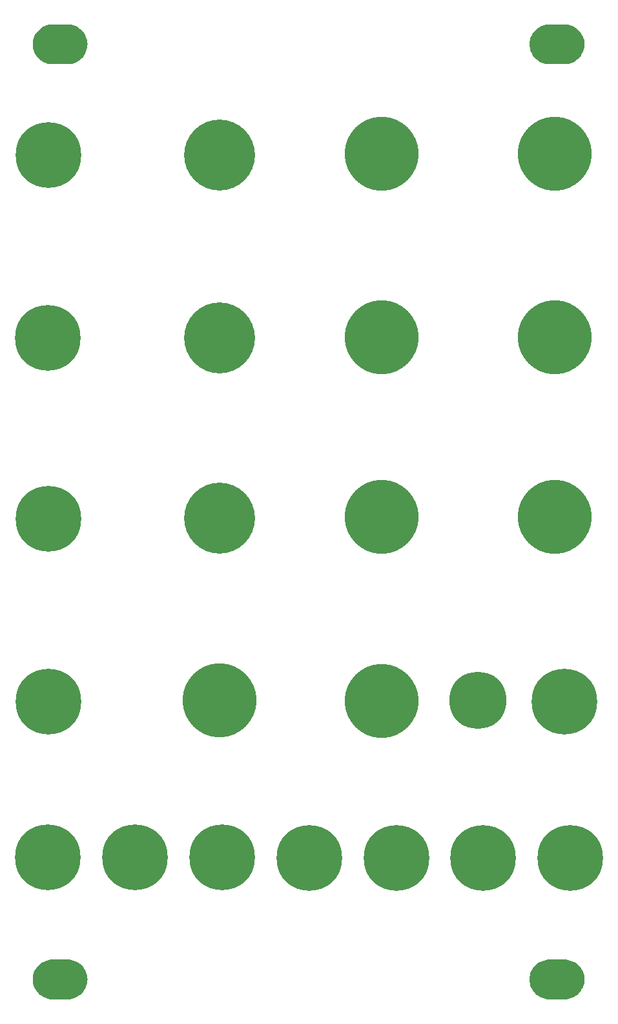
<source format=gbr>
G04 #@! TF.GenerationSoftware,KiCad,Pcbnew,(5.1.5)-3*
G04 #@! TF.CreationDate,2020-10-27T13:49:35+01:00*
G04 #@! TF.ProjectId,Benjolin Panel,42656e6a-6f6c-4696-9e20-50616e656c2e,rev?*
G04 #@! TF.SameCoordinates,Original*
G04 #@! TF.FileFunction,Copper,L1,Top*
G04 #@! TF.FilePolarity,Positive*
%FSLAX46Y46*%
G04 Gerber Fmt 4.6, Leading zero omitted, Abs format (unit mm)*
G04 Created by KiCad (PCBNEW (5.1.5)-3) date 2020-10-27 13:49:35*
%MOMM*%
%LPD*%
G04 APERTURE LIST*
%ADD10C,9.300000*%
%ADD11C,7.500000*%
%ADD12C,9.700000*%
%ADD13C,8.600000*%
%ADD14C,0.100000*%
G04 APERTURE END LIST*
D10*
X75296800Y-45879500D03*
X75275700Y-69851700D03*
X75275700Y-93485400D03*
D11*
X109171100Y-117394200D03*
D12*
X75254500Y-117394200D03*
X96476200Y-117415300D03*
X119221300Y-93316200D03*
X96476200Y-93295000D03*
X119221300Y-69745900D03*
X96497400Y-69767100D03*
X119221300Y-45731400D03*
X96476200Y-45710200D03*
D13*
X52784500Y-45921800D03*
X52763400Y-69872900D03*
X52784500Y-93570100D03*
X120448400Y-117563500D03*
X52805700Y-117542300D03*
X121252500Y-138044600D03*
X109805900Y-138044600D03*
X98425000Y-138049000D03*
X86995000Y-138049000D03*
X75565000Y-137922000D03*
X64135000Y-137922000D03*
X52705000Y-137922000D03*
G04 #@! TA.AperFunction,WasherPad*
D14*
G36*
X120761845Y-28781519D02*
G01*
X121014235Y-28818957D01*
X121261740Y-28880954D01*
X121501977Y-28966912D01*
X121732632Y-29076004D01*
X121951483Y-29207178D01*
X122156423Y-29359172D01*
X122345478Y-29530521D01*
X122516827Y-29719576D01*
X122668821Y-29924516D01*
X122799995Y-30143367D01*
X122909087Y-30374022D01*
X122995045Y-30614259D01*
X123057042Y-30861764D01*
X123094480Y-31114154D01*
X123107000Y-31368999D01*
X123107000Y-31369001D01*
X123094480Y-31623846D01*
X123057042Y-31876236D01*
X122995045Y-32123741D01*
X122909087Y-32363978D01*
X122799995Y-32594633D01*
X122668821Y-32813484D01*
X122516827Y-33018424D01*
X122345478Y-33207479D01*
X122156423Y-33378828D01*
X121951483Y-33530822D01*
X121732632Y-33661996D01*
X121501977Y-33771088D01*
X121261740Y-33857046D01*
X121014235Y-33919043D01*
X120761845Y-33956481D01*
X120507000Y-33969001D01*
X118507000Y-33969001D01*
X118252155Y-33956481D01*
X117999765Y-33919043D01*
X117752260Y-33857046D01*
X117512023Y-33771088D01*
X117281368Y-33661996D01*
X117062517Y-33530822D01*
X116857577Y-33378828D01*
X116668522Y-33207479D01*
X116497173Y-33018424D01*
X116345179Y-32813484D01*
X116214005Y-32594633D01*
X116104913Y-32363978D01*
X116018955Y-32123741D01*
X115956958Y-31876236D01*
X115919520Y-31623846D01*
X115907000Y-31369001D01*
X115907000Y-31368999D01*
X115919520Y-31114154D01*
X115956958Y-30861764D01*
X116018955Y-30614259D01*
X116104913Y-30374022D01*
X116214005Y-30143367D01*
X116345179Y-29924516D01*
X116497173Y-29719576D01*
X116668522Y-29530521D01*
X116857577Y-29359172D01*
X117062517Y-29207178D01*
X117281368Y-29076004D01*
X117512023Y-28966912D01*
X117752260Y-28880954D01*
X117999765Y-28818957D01*
X118252155Y-28781519D01*
X118507000Y-28768999D01*
X120507000Y-28768999D01*
X120761845Y-28781519D01*
G37*
G04 #@! TD.AperFunction*
G04 #@! TA.AperFunction,WasherPad*
G36*
X55610845Y-28781519D02*
G01*
X55863235Y-28818957D01*
X56110740Y-28880954D01*
X56350977Y-28966912D01*
X56581632Y-29076004D01*
X56800483Y-29207178D01*
X57005423Y-29359172D01*
X57194478Y-29530521D01*
X57365827Y-29719576D01*
X57517821Y-29924516D01*
X57648995Y-30143367D01*
X57758087Y-30374022D01*
X57844045Y-30614259D01*
X57906042Y-30861764D01*
X57943480Y-31114154D01*
X57956000Y-31368999D01*
X57956000Y-31369001D01*
X57943480Y-31623846D01*
X57906042Y-31876236D01*
X57844045Y-32123741D01*
X57758087Y-32363978D01*
X57648995Y-32594633D01*
X57517821Y-32813484D01*
X57365827Y-33018424D01*
X57194478Y-33207479D01*
X57005423Y-33378828D01*
X56800483Y-33530822D01*
X56581632Y-33661996D01*
X56350977Y-33771088D01*
X56110740Y-33857046D01*
X55863235Y-33919043D01*
X55610845Y-33956481D01*
X55356000Y-33969001D01*
X53356000Y-33969001D01*
X53101155Y-33956481D01*
X52848765Y-33919043D01*
X52601260Y-33857046D01*
X52361023Y-33771088D01*
X52130368Y-33661996D01*
X51911517Y-33530822D01*
X51706577Y-33378828D01*
X51517522Y-33207479D01*
X51346173Y-33018424D01*
X51194179Y-32813484D01*
X51063005Y-32594633D01*
X50953913Y-32363978D01*
X50867955Y-32123741D01*
X50805958Y-31876236D01*
X50768520Y-31623846D01*
X50756000Y-31369001D01*
X50756000Y-31368999D01*
X50768520Y-31114154D01*
X50805958Y-30861764D01*
X50867955Y-30614259D01*
X50953913Y-30374022D01*
X51063005Y-30143367D01*
X51194179Y-29924516D01*
X51346173Y-29719576D01*
X51517522Y-29530521D01*
X51706577Y-29359172D01*
X51911517Y-29207178D01*
X52130368Y-29076004D01*
X52361023Y-28966912D01*
X52601260Y-28880954D01*
X52848765Y-28818957D01*
X53101155Y-28781519D01*
X53356000Y-28768999D01*
X55356000Y-28768999D01*
X55610845Y-28781519D01*
G37*
G04 #@! TD.AperFunction*
G04 #@! TA.AperFunction,WasherPad*
G36*
X120761845Y-151336519D02*
G01*
X121014235Y-151373957D01*
X121261740Y-151435954D01*
X121501977Y-151521912D01*
X121732632Y-151631004D01*
X121951483Y-151762178D01*
X122156423Y-151914172D01*
X122345478Y-152085521D01*
X122516827Y-152274576D01*
X122668821Y-152479516D01*
X122799995Y-152698367D01*
X122909087Y-152929022D01*
X122995045Y-153169259D01*
X123057042Y-153416764D01*
X123094480Y-153669154D01*
X123107000Y-153923999D01*
X123107000Y-153924001D01*
X123094480Y-154178846D01*
X123057042Y-154431236D01*
X122995045Y-154678741D01*
X122909087Y-154918978D01*
X122799995Y-155149633D01*
X122668821Y-155368484D01*
X122516827Y-155573424D01*
X122345478Y-155762479D01*
X122156423Y-155933828D01*
X121951483Y-156085822D01*
X121732632Y-156216996D01*
X121501977Y-156326088D01*
X121261740Y-156412046D01*
X121014235Y-156474043D01*
X120761845Y-156511481D01*
X120507000Y-156524001D01*
X118507000Y-156524001D01*
X118252155Y-156511481D01*
X117999765Y-156474043D01*
X117752260Y-156412046D01*
X117512023Y-156326088D01*
X117281368Y-156216996D01*
X117062517Y-156085822D01*
X116857577Y-155933828D01*
X116668522Y-155762479D01*
X116497173Y-155573424D01*
X116345179Y-155368484D01*
X116214005Y-155149633D01*
X116104913Y-154918978D01*
X116018955Y-154678741D01*
X115956958Y-154431236D01*
X115919520Y-154178846D01*
X115907000Y-153924001D01*
X115907000Y-153923999D01*
X115919520Y-153669154D01*
X115956958Y-153416764D01*
X116018955Y-153169259D01*
X116104913Y-152929022D01*
X116214005Y-152698367D01*
X116345179Y-152479516D01*
X116497173Y-152274576D01*
X116668522Y-152085521D01*
X116857577Y-151914172D01*
X117062517Y-151762178D01*
X117281368Y-151631004D01*
X117512023Y-151521912D01*
X117752260Y-151435954D01*
X117999765Y-151373957D01*
X118252155Y-151336519D01*
X118507000Y-151323999D01*
X120507000Y-151323999D01*
X120761845Y-151336519D01*
G37*
G04 #@! TD.AperFunction*
G04 #@! TA.AperFunction,WasherPad*
G36*
X55610845Y-151336519D02*
G01*
X55863235Y-151373957D01*
X56110740Y-151435954D01*
X56350977Y-151521912D01*
X56581632Y-151631004D01*
X56800483Y-151762178D01*
X57005423Y-151914172D01*
X57194478Y-152085521D01*
X57365827Y-152274576D01*
X57517821Y-152479516D01*
X57648995Y-152698367D01*
X57758087Y-152929022D01*
X57844045Y-153169259D01*
X57906042Y-153416764D01*
X57943480Y-153669154D01*
X57956000Y-153923999D01*
X57956000Y-153924001D01*
X57943480Y-154178846D01*
X57906042Y-154431236D01*
X57844045Y-154678741D01*
X57758087Y-154918978D01*
X57648995Y-155149633D01*
X57517821Y-155368484D01*
X57365827Y-155573424D01*
X57194478Y-155762479D01*
X57005423Y-155933828D01*
X56800483Y-156085822D01*
X56581632Y-156216996D01*
X56350977Y-156326088D01*
X56110740Y-156412046D01*
X55863235Y-156474043D01*
X55610845Y-156511481D01*
X55356000Y-156524001D01*
X53356000Y-156524001D01*
X53101155Y-156511481D01*
X52848765Y-156474043D01*
X52601260Y-156412046D01*
X52361023Y-156326088D01*
X52130368Y-156216996D01*
X51911517Y-156085822D01*
X51706577Y-155933828D01*
X51517522Y-155762479D01*
X51346173Y-155573424D01*
X51194179Y-155368484D01*
X51063005Y-155149633D01*
X50953913Y-154918978D01*
X50867955Y-154678741D01*
X50805958Y-154431236D01*
X50768520Y-154178846D01*
X50756000Y-153924001D01*
X50756000Y-153923999D01*
X50768520Y-153669154D01*
X50805958Y-153416764D01*
X50867955Y-153169259D01*
X50953913Y-152929022D01*
X51063005Y-152698367D01*
X51194179Y-152479516D01*
X51346173Y-152274576D01*
X51517522Y-152085521D01*
X51706577Y-151914172D01*
X51911517Y-151762178D01*
X52130368Y-151631004D01*
X52361023Y-151521912D01*
X52601260Y-151435954D01*
X52848765Y-151373957D01*
X53101155Y-151336519D01*
X53356000Y-151323999D01*
X55356000Y-151323999D01*
X55610845Y-151336519D01*
G37*
G04 #@! TD.AperFunction*
M02*

</source>
